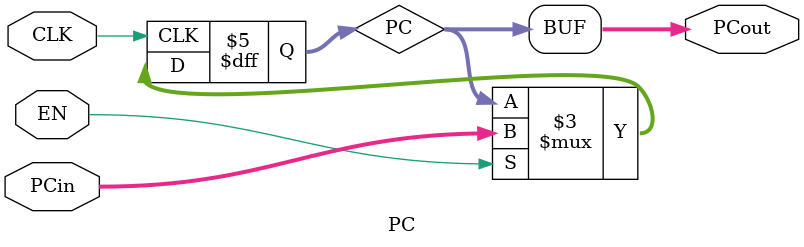
<source format=v>
`timescale 1ns / 1ps
module PC(CLK,EN,PCin, PCout
    );
	 input CLK;	//CLK-Ê±ÖÓÐÅºÅ£»
    input EN;	 
	 input [31:0] PCin;	//PCin-³ÌÐò¼ÆÊýÆ÷ÊäÈë£»
	 output [31:0] PCout;	//PCout-³ÌÐò¼ÆÊýÆ÷Êä³ö£»
	 
	 reg [31:0] PC = 32'h00000000;
	 
	 always @ (negedge CLK)
	   if(EN)
			begin
				PC <= PCin;
			end
			
	 assign PCout = PC;	  

endmodule

</source>
